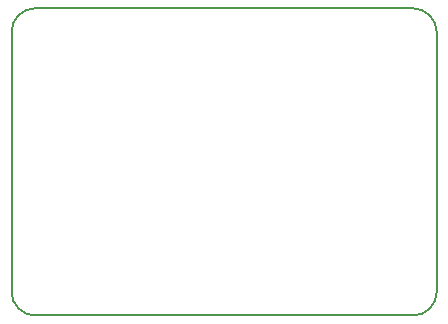
<source format=gko>
G04 DipTrace 2.3.0.1*
%INoutline.gbr*%
%MOMM*%
%ADD11C,0.14*%
%FSLAX53Y53*%
G04*
G71*
G90*
G75*
G01*
%LNBoardOutline*%
%LPD*%
X44000Y36000D2*
D11*
G02X46000Y34000I0J-2000D01*
G01*
Y12000D1*
G02X44000Y10000I-2000J0D01*
G01*
X12000D1*
G02X10000Y12000I0J2000D01*
G01*
Y34000D1*
G02X12000Y36000I2000J0D01*
G01*
X44000D1*
M02*

</source>
